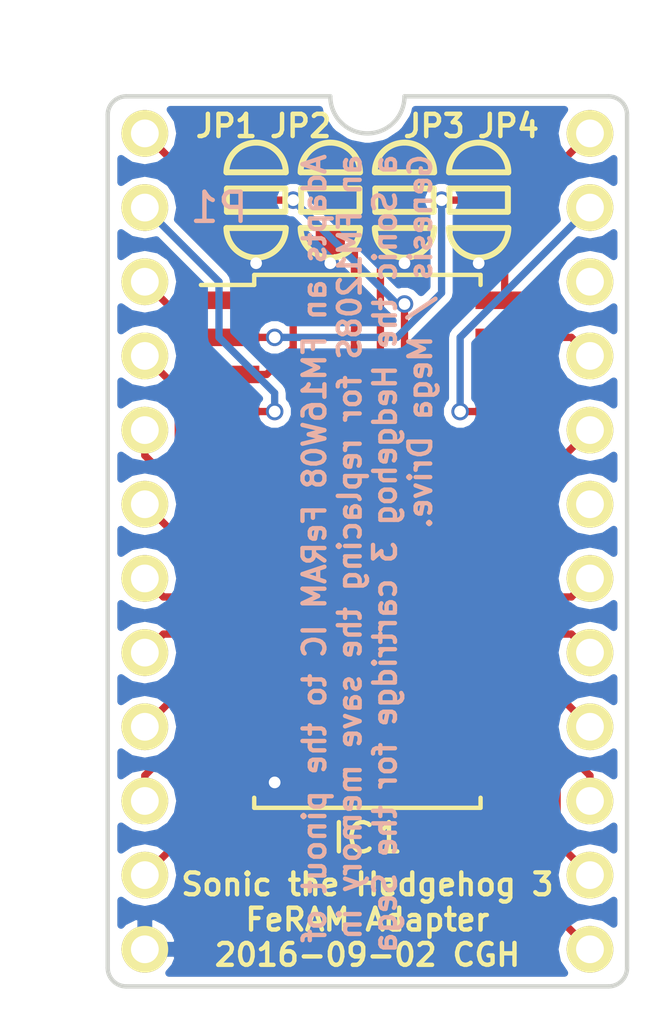
<source format=kicad_pcb>
(kicad_pcb (version 4) (host pcbnew 4.0.4-stable)

  (general
    (links 34)
    (no_connects 0)
    (area 67.234999 60.884999 85.165001 91.515001)
    (thickness 1.6)
    (drawings 12)
    (tracks 125)
    (zones 0)
    (modules 6)
    (nets 29)
  )

  (page A4)
  (layers
    (0 F.Cu signal)
    (31 B.Cu signal)
    (32 B.Adhes user)
    (33 F.Adhes user)
    (34 B.Paste user)
    (35 F.Paste user)
    (36 B.SilkS user)
    (37 F.SilkS user)
    (38 B.Mask user)
    (39 F.Mask user)
    (40 Dwgs.User user)
    (41 Cmts.User user)
    (42 Eco1.User user)
    (43 Eco2.User user)
    (44 Edge.Cuts user)
    (45 Margin user)
    (46 B.CrtYd user)
    (47 F.CrtYd user)
    (48 B.Fab user)
    (49 F.Fab user)
  )

  (setup
    (last_trace_width 0.25)
    (trace_clearance 0.2)
    (zone_clearance 0.254)
    (zone_45_only no)
    (trace_min 0.2)
    (segment_width 0.2)
    (edge_width 0.15)
    (via_size 0.6)
    (via_drill 0.4)
    (via_min_size 0.4)
    (via_min_drill 0.3)
    (uvia_size 0.3)
    (uvia_drill 0.1)
    (uvias_allowed no)
    (uvia_min_size 0.2)
    (uvia_min_drill 0.1)
    (pcb_text_width 0.3)
    (pcb_text_size 1.5 1.5)
    (mod_edge_width 0.15)
    (mod_text_size 1 1)
    (mod_text_width 0.15)
    (pad_size 1.6 1.6)
    (pad_drill 0.95)
    (pad_to_mask_clearance 0.0762)
    (aux_axis_origin 0 0)
    (visible_elements FFFFFF7F)
    (pcbplotparams
      (layerselection 0x00030_80000001)
      (usegerberextensions false)
      (excludeedgelayer true)
      (linewidth 0.100000)
      (plotframeref false)
      (viasonmask false)
      (mode 1)
      (useauxorigin false)
      (hpglpennumber 1)
      (hpglpenspeed 20)
      (hpglpendiameter 15)
      (hpglpenoverlay 2)
      (psnegative false)
      (psa4output false)
      (plotreference true)
      (plotvalue true)
      (plotinvisibletext false)
      (padsonsilk false)
      (subtractmaskfromsilk false)
      (outputformat 1)
      (mirror false)
      (drillshape 1)
      (scaleselection 1)
      (outputdirectory ""))
  )

  (net 0 "")
  (net 1 GND)
  (net 2 "Net-(IC1-Pad3)")
  (net 3 "Net-(IC1-Pad4)")
  (net 4 "Net-(IC1-Pad5)")
  (net 5 "Net-(IC1-Pad6)")
  (net 6 "Net-(IC1-Pad7)")
  (net 7 "Net-(IC1-Pad8)")
  (net 8 "Net-(IC1-Pad9)")
  (net 9 "Net-(IC1-Pad10)")
  (net 10 "Net-(IC1-Pad11)")
  (net 11 "Net-(IC1-Pad12)")
  (net 12 "Net-(IC1-Pad13)")
  (net 13 "Net-(IC1-Pad15)")
  (net 14 "Net-(IC1-Pad16)")
  (net 15 "Net-(IC1-Pad17)")
  (net 16 "Net-(IC1-Pad18)")
  (net 17 "Net-(IC1-Pad19)")
  (net 18 "Net-(IC1-Pad20)")
  (net 19 "Net-(IC1-Pad22)")
  (net 20 "Net-(IC1-Pad25)")
  (net 21 "Net-(IC1-Pad27)")
  (net 22 +5V)
  (net 23 "Net-(P1-Pad19)")
  (net 24 "Net-(P1-Pad22)")
  (net 25 "Net-(IC1-Pad2)")
  (net 26 "Net-(IC1-Pad21)")
  (net 27 "Net-(IC1-Pad23)")
  (net 28 "Net-(IC1-Pad24)")

  (net_class Default "This is the default net class."
    (clearance 0.2)
    (trace_width 0.25)
    (via_dia 0.6)
    (via_drill 0.4)
    (uvia_dia 0.3)
    (uvia_drill 0.1)
    (add_net +5V)
    (add_net GND)
    (add_net "Net-(IC1-Pad10)")
    (add_net "Net-(IC1-Pad11)")
    (add_net "Net-(IC1-Pad12)")
    (add_net "Net-(IC1-Pad13)")
    (add_net "Net-(IC1-Pad15)")
    (add_net "Net-(IC1-Pad16)")
    (add_net "Net-(IC1-Pad17)")
    (add_net "Net-(IC1-Pad18)")
    (add_net "Net-(IC1-Pad19)")
    (add_net "Net-(IC1-Pad2)")
    (add_net "Net-(IC1-Pad20)")
    (add_net "Net-(IC1-Pad21)")
    (add_net "Net-(IC1-Pad22)")
    (add_net "Net-(IC1-Pad23)")
    (add_net "Net-(IC1-Pad24)")
    (add_net "Net-(IC1-Pad25)")
    (add_net "Net-(IC1-Pad27)")
    (add_net "Net-(IC1-Pad3)")
    (add_net "Net-(IC1-Pad4)")
    (add_net "Net-(IC1-Pad5)")
    (add_net "Net-(IC1-Pad6)")
    (add_net "Net-(IC1-Pad7)")
    (add_net "Net-(IC1-Pad8)")
    (add_net "Net-(IC1-Pad9)")
    (add_net "Net-(P1-Pad19)")
    (add_net "Net-(P1-Pad22)")
  )

  (module Housings_DIP:DIP-24_W15.24mm (layer F.Cu) (tedit 57DC65B6) (tstamp 57C88CFF)
    (at 68.58 62.23)
    (descr "24-lead dip package, row spacing 15.24 mm (600 mils)")
    (tags "dil dip 2.54 600")
    (path /57C84E85)
    (fp_text reference P1 (at 2.54 2.54) (layer B.SilkS)
      (effects (font (size 1 1) (thickness 0.15)) (justify mirror))
    )
    (fp_text value CONN_02X12 (at 0 -3.72) (layer F.Fab)
      (effects (font (size 1 1) (thickness 0.15)))
    )
    (fp_line (start -1.05 -2.45) (end -1.05 30.4) (layer F.CrtYd) (width 0.05))
    (fp_line (start 16.3 -2.45) (end 16.3 30.4) (layer F.CrtYd) (width 0.05))
    (fp_line (start -1.05 -2.45) (end 16.3 -2.45) (layer F.CrtYd) (width 0.05))
    (fp_line (start -1.05 30.4) (end 16.3 30.4) (layer F.CrtYd) (width 0.05))
    (pad 1 thru_hole oval (at 0 0) (size 1.6 1.6) (drill 0.95) (layers *.Cu *.Mask F.SilkS)
      (net 2 "Net-(IC1-Pad3)"))
    (pad 2 thru_hole oval (at 0 2.54) (size 1.6 1.6) (drill 0.95) (layers *.Cu *.Mask F.SilkS)
      (net 3 "Net-(IC1-Pad4)"))
    (pad 3 thru_hole oval (at 0 5.08) (size 1.6 1.6) (drill 0.95) (layers *.Cu *.Mask F.SilkS)
      (net 4 "Net-(IC1-Pad5)"))
    (pad 4 thru_hole oval (at 0 7.62) (size 1.6 1.6) (drill 0.95) (layers *.Cu *.Mask F.SilkS)
      (net 5 "Net-(IC1-Pad6)"))
    (pad 5 thru_hole oval (at 0 10.16) (size 1.6 1.6) (drill 0.95) (layers *.Cu *.Mask F.SilkS)
      (net 6 "Net-(IC1-Pad7)"))
    (pad 6 thru_hole oval (at 0 12.7) (size 1.6 1.6) (drill 0.95) (layers *.Cu *.Mask F.SilkS)
      (net 7 "Net-(IC1-Pad8)"))
    (pad 7 thru_hole oval (at 0 15.24) (size 1.6 1.6) (drill 0.95) (layers *.Cu *.Mask F.SilkS)
      (net 8 "Net-(IC1-Pad9)"))
    (pad 8 thru_hole oval (at 0 17.78) (size 1.6 1.6) (drill 0.95) (layers *.Cu *.Mask F.SilkS)
      (net 9 "Net-(IC1-Pad10)"))
    (pad 9 thru_hole oval (at 0 20.32) (size 1.6 1.6) (drill 0.95) (layers *.Cu *.Mask F.SilkS)
      (net 10 "Net-(IC1-Pad11)"))
    (pad 10 thru_hole oval (at 0 22.86) (size 1.6 1.6) (drill 0.95) (layers *.Cu *.Mask F.SilkS)
      (net 11 "Net-(IC1-Pad12)"))
    (pad 11 thru_hole oval (at 0 25.4) (size 1.6 1.6) (drill 0.95) (layers *.Cu *.Mask F.SilkS)
      (net 12 "Net-(IC1-Pad13)"))
    (pad 12 thru_hole oval (at 0 27.94) (size 1.6 1.6) (drill 0.95) (layers *.Cu *.Mask F.SilkS)
      (net 1 GND))
    (pad 13 thru_hole oval (at 15.24 27.94) (size 1.6 1.6) (drill 0.95) (layers *.Cu *.Mask F.SilkS)
      (net 13 "Net-(IC1-Pad15)"))
    (pad 14 thru_hole oval (at 15.24 25.4) (size 1.6 1.6) (drill 0.95) (layers *.Cu *.Mask F.SilkS)
      (net 14 "Net-(IC1-Pad16)"))
    (pad 15 thru_hole oval (at 15.24 22.86) (size 1.6 1.6) (drill 0.95) (layers *.Cu *.Mask F.SilkS)
      (net 15 "Net-(IC1-Pad17)"))
    (pad 16 thru_hole oval (at 15.24 20.32) (size 1.6 1.6) (drill 0.95) (layers *.Cu *.Mask F.SilkS)
      (net 16 "Net-(IC1-Pad18)"))
    (pad 17 thru_hole oval (at 15.24 17.78) (size 1.6 1.6) (drill 0.95) (layers *.Cu *.Mask F.SilkS)
      (net 17 "Net-(IC1-Pad19)"))
    (pad 18 thru_hole oval (at 15.24 15.24) (size 1.6 1.6) (drill 0.95) (layers *.Cu *.Mask F.SilkS)
      (net 18 "Net-(IC1-Pad20)"))
    (pad 19 thru_hole oval (at 15.24 12.7) (size 1.6 1.6) (drill 0.95) (layers *.Cu *.Mask F.SilkS)
      (net 23 "Net-(P1-Pad19)"))
    (pad 20 thru_hole oval (at 15.24 10.16) (size 1.6 1.6) (drill 0.95) (layers *.Cu *.Mask F.SilkS)
      (net 19 "Net-(IC1-Pad22)"))
    (pad 21 thru_hole oval (at 15.24 7.62) (size 1.6 1.6) (drill 0.95) (layers *.Cu *.Mask F.SilkS)
      (net 21 "Net-(IC1-Pad27)"))
    (pad 22 thru_hole oval (at 15.24 5.08) (size 1.6 1.6) (drill 0.95) (layers *.Cu *.Mask F.SilkS)
      (net 24 "Net-(P1-Pad22)"))
    (pad 23 thru_hole oval (at 15.24 2.54) (size 1.6 1.6) (drill 0.95) (layers *.Cu *.Mask F.SilkS)
      (net 20 "Net-(IC1-Pad25)"))
    (pad 24 thru_hole oval (at 15.24 0) (size 1.6 1.6) (drill 0.95) (layers *.Cu *.Mask F.SilkS)
      (net 22 +5V))
    (model Pin_Headers.3dshapes/Pin_Header_Straight_1x12.wrl
      (at (xyz 0 -0.55 -0.06))
      (scale (xyz 1 1 1))
      (rotate (xyz 0 180 90))
    )
    (model Pin_Headers.3dshapes/Pin_Header_Straight_1x12.wrl
      (at (xyz 0.6 -0.55 -0.06))
      (scale (xyz 1 1 1))
      (rotate (xyz 0 180 90))
    )
  )

  (module Housings_SOIC:SOIC-28_7.5x17.9mm_Pitch1.27mm (layer F.Cu) (tedit 54130A77) (tstamp 57C88CD8)
    (at 76.2 76.2)
    (descr "28-Lead Plastic Small Outline (SO) - Wide, 7.50 mm Body [SOIC] (see Microchip Packaging Specification 00000049BS.pdf)")
    (tags "SOIC 1.27")
    (path /57C84DB9)
    (attr smd)
    (fp_text reference IC1 (at 0 10.16) (layer F.SilkS)
      (effects (font (size 1 1) (thickness 0.15)))
    )
    (fp_text value FM16W08-SG (at 0 10.05) (layer F.Fab)
      (effects (font (size 1 1) (thickness 0.15)))
    )
    (fp_line (start -5.95 -9.3) (end -5.95 9.3) (layer F.CrtYd) (width 0.05))
    (fp_line (start 5.95 -9.3) (end 5.95 9.3) (layer F.CrtYd) (width 0.05))
    (fp_line (start -5.95 -9.3) (end 5.95 -9.3) (layer F.CrtYd) (width 0.05))
    (fp_line (start -5.95 9.3) (end 5.95 9.3) (layer F.CrtYd) (width 0.05))
    (fp_line (start -3.875 -9.125) (end -3.875 -8.78) (layer F.SilkS) (width 0.15))
    (fp_line (start 3.875 -9.125) (end 3.875 -8.78) (layer F.SilkS) (width 0.15))
    (fp_line (start 3.875 9.125) (end 3.875 8.78) (layer F.SilkS) (width 0.15))
    (fp_line (start -3.875 9.125) (end -3.875 8.78) (layer F.SilkS) (width 0.15))
    (fp_line (start -3.875 -9.125) (end 3.875 -9.125) (layer F.SilkS) (width 0.15))
    (fp_line (start -3.875 9.125) (end 3.875 9.125) (layer F.SilkS) (width 0.15))
    (fp_line (start -3.875 -8.78) (end -5.7 -8.78) (layer F.SilkS) (width 0.15))
    (pad 1 smd rect (at -4.7 -8.255) (size 2 0.6) (layers F.Cu F.Paste F.Mask))
    (pad 2 smd rect (at -4.7 -6.985) (size 2 0.6) (layers F.Cu F.Paste F.Mask)
      (net 25 "Net-(IC1-Pad2)"))
    (pad 3 smd rect (at -4.7 -5.715) (size 2 0.6) (layers F.Cu F.Paste F.Mask)
      (net 2 "Net-(IC1-Pad3)"))
    (pad 4 smd rect (at -4.7 -4.445) (size 2 0.6) (layers F.Cu F.Paste F.Mask)
      (net 3 "Net-(IC1-Pad4)"))
    (pad 5 smd rect (at -4.7 -3.175) (size 2 0.6) (layers F.Cu F.Paste F.Mask)
      (net 4 "Net-(IC1-Pad5)"))
    (pad 6 smd rect (at -4.7 -1.905) (size 2 0.6) (layers F.Cu F.Paste F.Mask)
      (net 5 "Net-(IC1-Pad6)"))
    (pad 7 smd rect (at -4.7 -0.635) (size 2 0.6) (layers F.Cu F.Paste F.Mask)
      (net 6 "Net-(IC1-Pad7)"))
    (pad 8 smd rect (at -4.7 0.635) (size 2 0.6) (layers F.Cu F.Paste F.Mask)
      (net 7 "Net-(IC1-Pad8)"))
    (pad 9 smd rect (at -4.7 1.905) (size 2 0.6) (layers F.Cu F.Paste F.Mask)
      (net 8 "Net-(IC1-Pad9)"))
    (pad 10 smd rect (at -4.7 3.175) (size 2 0.6) (layers F.Cu F.Paste F.Mask)
      (net 9 "Net-(IC1-Pad10)"))
    (pad 11 smd rect (at -4.7 4.445) (size 2 0.6) (layers F.Cu F.Paste F.Mask)
      (net 10 "Net-(IC1-Pad11)"))
    (pad 12 smd rect (at -4.7 5.715) (size 2 0.6) (layers F.Cu F.Paste F.Mask)
      (net 11 "Net-(IC1-Pad12)"))
    (pad 13 smd rect (at -4.7 6.985) (size 2 0.6) (layers F.Cu F.Paste F.Mask)
      (net 12 "Net-(IC1-Pad13)"))
    (pad 14 smd rect (at -4.7 8.255) (size 2 0.6) (layers F.Cu F.Paste F.Mask)
      (net 1 GND))
    (pad 15 smd rect (at 4.7 8.255) (size 2 0.6) (layers F.Cu F.Paste F.Mask)
      (net 13 "Net-(IC1-Pad15)"))
    (pad 16 smd rect (at 4.7 6.985) (size 2 0.6) (layers F.Cu F.Paste F.Mask)
      (net 14 "Net-(IC1-Pad16)"))
    (pad 17 smd rect (at 4.7 5.715) (size 2 0.6) (layers F.Cu F.Paste F.Mask)
      (net 15 "Net-(IC1-Pad17)"))
    (pad 18 smd rect (at 4.7 4.445) (size 2 0.6) (layers F.Cu F.Paste F.Mask)
      (net 16 "Net-(IC1-Pad18)"))
    (pad 19 smd rect (at 4.7 3.175) (size 2 0.6) (layers F.Cu F.Paste F.Mask)
      (net 17 "Net-(IC1-Pad19)"))
    (pad 20 smd rect (at 4.7 1.905) (size 2 0.6) (layers F.Cu F.Paste F.Mask)
      (net 18 "Net-(IC1-Pad20)"))
    (pad 21 smd rect (at 4.7 0.635) (size 2 0.6) (layers F.Cu F.Paste F.Mask)
      (net 26 "Net-(IC1-Pad21)"))
    (pad 22 smd rect (at 4.7 -0.635) (size 2 0.6) (layers F.Cu F.Paste F.Mask)
      (net 19 "Net-(IC1-Pad22)"))
    (pad 23 smd rect (at 4.7 -1.905) (size 2 0.6) (layers F.Cu F.Paste F.Mask)
      (net 27 "Net-(IC1-Pad23)"))
    (pad 24 smd rect (at 4.7 -3.175) (size 2 0.6) (layers F.Cu F.Paste F.Mask)
      (net 28 "Net-(IC1-Pad24)"))
    (pad 25 smd rect (at 4.7 -4.445) (size 2 0.6) (layers F.Cu F.Paste F.Mask)
      (net 20 "Net-(IC1-Pad25)"))
    (pad 26 smd rect (at 4.7 -5.715) (size 2 0.6) (layers F.Cu F.Paste F.Mask))
    (pad 27 smd rect (at 4.7 -6.985) (size 2 0.6) (layers F.Cu F.Paste F.Mask)
      (net 21 "Net-(IC1-Pad27)"))
    (pad 28 smd rect (at 4.7 -8.255) (size 2 0.6) (layers F.Cu F.Paste F.Mask)
      (net 22 +5V))
    (model Housings_SOIC.3dshapes/SOIC-28_7.5x17.9mm_Pitch1.27mm.wrl
      (at (xyz 0 0 0))
      (scale (xyz 1 1 1))
      (rotate (xyz 0 0 0))
    )
  )

  (module jumper:SOLDER-JUMPER_2-WAY (layer F.Cu) (tedit 0) (tstamp 57DE4FA1)
    (at 72.39 64.516 90)
    (path /57DC5DD7)
    (fp_text reference JP1 (at 2.54 -1.016 180) (layer F.SilkS)
      (effects (font (size 0.762 0.762) (thickness 0.1524)))
    )
    (fp_text value JUMPER3 (at 0 0 90) (layer F.SilkS) hide
      (effects (font (size 0.762 0.762) (thickness 0.1524)))
    )
    (fp_line (start -0.4 -1) (end -0.4 1) (layer F.SilkS) (width 0.2032))
    (fp_line (start -0.4 1) (end 0.4 1) (layer F.SilkS) (width 0.2032))
    (fp_line (start 0.4 1) (end 0.4 -1) (layer F.SilkS) (width 0.2032))
    (fp_line (start 0.4 -1) (end -0.4 -1) (layer F.SilkS) (width 0.2032))
    (fp_line (start 0.954 1.016) (end 0.954 -1.016) (layer F.SilkS) (width 0.2032))
    (fp_line (start -0.954 -1.016) (end -0.954 1.016) (layer F.SilkS) (width 0.2032))
    (fp_arc (start 0.954 0) (end 1.97 0) (angle 90) (layer F.SilkS) (width 0.2032))
    (fp_arc (start 0.954 0) (end 0.954 -1.016) (angle 90) (layer F.SilkS) (width 0.2032))
    (fp_arc (start -0.954 0) (end -1.97 0) (angle 90) (layer F.SilkS) (width 0.2032))
    (fp_arc (start -0.954 0) (end -0.954 1.016) (angle 90) (layer F.SilkS) (width 0.2032))
    (pad 1 smd rect (at -1.35 0 90) (size 1 1) (layers F.Cu F.Paste F.Mask)
      (net 1 GND))
    (pad 3 smd rect (at 1.35 0 90) (size 1 1) (layers F.Cu F.Paste F.Mask)
      (net 22 +5V))
    (pad 2 smd rect (at 0 0 90) (size 1 1) (layers F.Cu F.Paste F.Mask)
      (net 28 "Net-(IC1-Pad24)"))
  )

  (module jumper:SOLDER-JUMPER_2-WAY (layer F.Cu) (tedit 0) (tstamp 57DE4FB2)
    (at 74.93 64.516 90)
    (path /57DC5ED4)
    (fp_text reference JP2 (at 2.54 -1.016 180) (layer F.SilkS)
      (effects (font (size 0.762 0.762) (thickness 0.1524)))
    )
    (fp_text value JUMPER3 (at 0 0 90) (layer F.SilkS) hide
      (effects (font (size 0.762 0.762) (thickness 0.1524)))
    )
    (fp_line (start -0.4 -1) (end -0.4 1) (layer F.SilkS) (width 0.2032))
    (fp_line (start -0.4 1) (end 0.4 1) (layer F.SilkS) (width 0.2032))
    (fp_line (start 0.4 1) (end 0.4 -1) (layer F.SilkS) (width 0.2032))
    (fp_line (start 0.4 -1) (end -0.4 -1) (layer F.SilkS) (width 0.2032))
    (fp_line (start 0.954 1.016) (end 0.954 -1.016) (layer F.SilkS) (width 0.2032))
    (fp_line (start -0.954 -1.016) (end -0.954 1.016) (layer F.SilkS) (width 0.2032))
    (fp_arc (start 0.954 0) (end 1.97 0) (angle 90) (layer F.SilkS) (width 0.2032))
    (fp_arc (start 0.954 0) (end 0.954 -1.016) (angle 90) (layer F.SilkS) (width 0.2032))
    (fp_arc (start -0.954 0) (end -1.97 0) (angle 90) (layer F.SilkS) (width 0.2032))
    (fp_arc (start -0.954 0) (end -0.954 1.016) (angle 90) (layer F.SilkS) (width 0.2032))
    (pad 1 smd rect (at -1.35 0 90) (size 1 1) (layers F.Cu F.Paste F.Mask)
      (net 1 GND))
    (pad 3 smd rect (at 1.35 0 90) (size 1 1) (layers F.Cu F.Paste F.Mask)
      (net 22 +5V))
    (pad 2 smd rect (at 0 0 90) (size 1 1) (layers F.Cu F.Paste F.Mask)
      (net 26 "Net-(IC1-Pad21)"))
  )

  (module jumper:SOLDER-JUMPER_2-WAY (layer F.Cu) (tedit 0) (tstamp 57DE4FC3)
    (at 77.47 64.516 90)
    (path /57DC5EFC)
    (fp_text reference JP3 (at 2.54 1.016 180) (layer F.SilkS)
      (effects (font (size 0.762 0.762) (thickness 0.1524)))
    )
    (fp_text value JUMPER3 (at 0 0 90) (layer F.SilkS) hide
      (effects (font (size 0.762 0.762) (thickness 0.1524)))
    )
    (fp_line (start -0.4 -1) (end -0.4 1) (layer F.SilkS) (width 0.2032))
    (fp_line (start -0.4 1) (end 0.4 1) (layer F.SilkS) (width 0.2032))
    (fp_line (start 0.4 1) (end 0.4 -1) (layer F.SilkS) (width 0.2032))
    (fp_line (start 0.4 -1) (end -0.4 -1) (layer F.SilkS) (width 0.2032))
    (fp_line (start 0.954 1.016) (end 0.954 -1.016) (layer F.SilkS) (width 0.2032))
    (fp_line (start -0.954 -1.016) (end -0.954 1.016) (layer F.SilkS) (width 0.2032))
    (fp_arc (start 0.954 0) (end 1.97 0) (angle 90) (layer F.SilkS) (width 0.2032))
    (fp_arc (start 0.954 0) (end 0.954 -1.016) (angle 90) (layer F.SilkS) (width 0.2032))
    (fp_arc (start -0.954 0) (end -1.97 0) (angle 90) (layer F.SilkS) (width 0.2032))
    (fp_arc (start -0.954 0) (end -0.954 1.016) (angle 90) (layer F.SilkS) (width 0.2032))
    (pad 1 smd rect (at -1.35 0 90) (size 1 1) (layers F.Cu F.Paste F.Mask)
      (net 1 GND))
    (pad 3 smd rect (at 1.35 0 90) (size 1 1) (layers F.Cu F.Paste F.Mask)
      (net 22 +5V))
    (pad 2 smd rect (at 0 0 90) (size 1 1) (layers F.Cu F.Paste F.Mask)
      (net 27 "Net-(IC1-Pad23)"))
  )

  (module jumper:SOLDER-JUMPER_2-WAY (layer F.Cu) (tedit 0) (tstamp 57DE4FD4)
    (at 80.01 64.516 90)
    (path /57DC5F4A)
    (fp_text reference JP4 (at 2.54 1.016 180) (layer F.SilkS)
      (effects (font (size 0.762 0.762) (thickness 0.1524)))
    )
    (fp_text value JUMPER3 (at 0 0 90) (layer F.SilkS) hide
      (effects (font (size 0.762 0.762) (thickness 0.1524)))
    )
    (fp_line (start -0.4 -1) (end -0.4 1) (layer F.SilkS) (width 0.2032))
    (fp_line (start -0.4 1) (end 0.4 1) (layer F.SilkS) (width 0.2032))
    (fp_line (start 0.4 1) (end 0.4 -1) (layer F.SilkS) (width 0.2032))
    (fp_line (start 0.4 -1) (end -0.4 -1) (layer F.SilkS) (width 0.2032))
    (fp_line (start 0.954 1.016) (end 0.954 -1.016) (layer F.SilkS) (width 0.2032))
    (fp_line (start -0.954 -1.016) (end -0.954 1.016) (layer F.SilkS) (width 0.2032))
    (fp_arc (start 0.954 0) (end 1.97 0) (angle 90) (layer F.SilkS) (width 0.2032))
    (fp_arc (start 0.954 0) (end 0.954 -1.016) (angle 90) (layer F.SilkS) (width 0.2032))
    (fp_arc (start -0.954 0) (end -1.97 0) (angle 90) (layer F.SilkS) (width 0.2032))
    (fp_arc (start -0.954 0) (end -0.954 1.016) (angle 90) (layer F.SilkS) (width 0.2032))
    (pad 1 smd rect (at -1.35 0 90) (size 1 1) (layers F.Cu F.Paste F.Mask)
      (net 1 GND))
    (pad 3 smd rect (at 1.35 0 90) (size 1 1) (layers F.Cu F.Paste F.Mask)
      (net 22 +5V))
    (pad 2 smd rect (at 0 0 90) (size 1 1) (layers F.Cu F.Paste F.Mask)
      (net 25 "Net-(IC1-Pad2)"))
  )

  (gr_text "Adapts an FM16W08 FeRAM IC to the pinout of\nan FM1208S for replacing the save memory in\na Sonic the Hedgehog 3 cartridge for the Sega\nGenesis / Mega Drive." (at 76.2 62.865 90) (layer B.SilkS)
    (effects (font (size 0.75 0.75) (thickness 0.15)) (justify left mirror))
  )
  (gr_text "Sonic the Hedgehog 3\nFeRAM Adapter\n2016-09-02 CGH" (at 76.2 89.154) (layer F.SilkS)
    (effects (font (size 0.75 0.75) (thickness 0.15)))
  )
  (gr_arc (start 67.945 90.805) (end 67.945 91.44) (angle 90) (layer Edge.Cuts) (width 0.15))
  (gr_arc (start 84.455 90.805) (end 85.09 90.805) (angle 90) (layer Edge.Cuts) (width 0.15))
  (gr_arc (start 84.455 61.595) (end 84.455 60.96) (angle 90) (layer Edge.Cuts) (width 0.15))
  (gr_arc (start 67.945 61.595) (end 67.31 61.595) (angle 90) (layer Edge.Cuts) (width 0.15))
  (gr_arc (start 76.2 60.96) (end 77.47 60.96) (angle 180) (layer Edge.Cuts) (width 0.15))
  (gr_line (start 77.47 60.96) (end 84.455 60.96) (layer Edge.Cuts) (width 0.15) (tstamp 57C89001))
  (gr_line (start 67.31 90.805) (end 67.31 61.595) (layer Edge.Cuts) (width 0.15))
  (gr_line (start 84.455 91.44) (end 67.945 91.44) (layer Edge.Cuts) (width 0.15))
  (gr_line (start 85.09 61.595) (end 85.09 90.805) (layer Edge.Cuts) (width 0.15))
  (gr_line (start 67.945 60.96) (end 74.93 60.96) (layer Edge.Cuts) (width 0.15))

  (segment (start 72.39 66.675) (end 72.644 66.675) (width 0.25) (layer B.Cu) (net 1))
  (segment (start 72.39 65.866) (end 72.39 66.675) (width 0.25) (layer F.Cu) (net 1))
  (via (at 72.39 66.675) (size 0.6) (drill 0.4) (layers F.Cu B.Cu) (net 1))
  (segment (start 74.93 65.866) (end 74.93 66.675) (width 0.25) (layer F.Cu) (net 1))
  (via (at 74.93 66.675) (size 0.6) (drill 0.4) (layers F.Cu B.Cu) (net 1))
  (segment (start 77.47 65.866) (end 77.47 66.675) (width 0.25) (layer F.Cu) (net 1))
  (via (at 77.47 66.675) (size 0.6) (drill 0.4) (layers F.Cu B.Cu) (net 1))
  (segment (start 80.01 65.866) (end 80.01 66.675) (width 0.25) (layer F.Cu) (net 1))
  (via (at 80.01 66.675) (size 0.6) (drill 0.4) (layers F.Cu B.Cu) (net 1))
  (via (at 73.025 84.455) (size 0.6) (drill 0.4) (layers F.Cu B.Cu) (net 1))
  (segment (start 71.5 84.455) (end 73.025 84.455) (width 0.25) (layer F.Cu) (net 1))
  (segment (start 68.58 62.23) (end 69.85 63.5) (width 0.25) (layer F.Cu) (net 2))
  (segment (start 69.85 63.5) (end 69.85 65.278) (width 0.25) (layer F.Cu) (net 2))
  (segment (start 69.85 65.278) (end 71.872002 67.300002) (width 0.25) (layer F.Cu) (net 2))
  (segment (start 71.872002 67.300002) (end 72.634002 67.300002) (width 0.25) (layer F.Cu) (net 2))
  (segment (start 72.634002 67.300002) (end 73.66 68.326) (width 0.25) (layer F.Cu) (net 2))
  (segment (start 73.66 68.326) (end 73.66 69.575) (width 0.25) (layer F.Cu) (net 2))
  (segment (start 73.66 69.575) (end 72.75 70.485) (width 0.25) (layer F.Cu) (net 2))
  (segment (start 72.75 70.485) (end 71.5 70.485) (width 0.25) (layer F.Cu) (net 2))
  (segment (start 71.12 69.215) (end 71.12 67.31) (width 0.25) (layer B.Cu) (net 3))
  (segment (start 71.12 67.31) (end 68.58 64.77) (width 0.25) (layer B.Cu) (net 3))
  (segment (start 73.025 71.12) (end 71.12 69.215) (width 0.25) (layer B.Cu) (net 3))
  (segment (start 73.025 71.755) (end 73.025 71.12) (width 0.25) (layer B.Cu) (net 3))
  (segment (start 71.5 71.755) (end 73.025 71.755) (width 0.25) (layer F.Cu) (net 3))
  (via (at 73.025 71.755) (size 0.6) (drill 0.4) (layers F.Cu B.Cu) (net 3))
  (segment (start 71.5 73.025) (end 70.8 73.025) (width 0.25) (layer F.Cu) (net 4))
  (segment (start 70.8 73.025) (end 70.174999 72.399999) (width 0.25) (layer F.Cu) (net 4))
  (segment (start 70.174999 72.399999) (end 70.174999 68.904999) (width 0.25) (layer F.Cu) (net 4))
  (segment (start 70.174999 68.904999) (end 69.379999 68.109999) (width 0.25) (layer F.Cu) (net 4))
  (segment (start 69.379999 68.109999) (end 68.58 67.31) (width 0.25) (layer F.Cu) (net 4))
  (segment (start 69.724988 70.994988) (end 69.379999 70.649999) (width 0.25) (layer F.Cu) (net 5))
  (segment (start 69.724988 73.219988) (end 69.724988 70.994988) (width 0.25) (layer F.Cu) (net 5))
  (segment (start 70.8 74.295) (end 69.724988 73.219988) (width 0.25) (layer F.Cu) (net 5))
  (segment (start 69.379999 70.649999) (end 68.58 69.85) (width 0.25) (layer F.Cu) (net 5))
  (segment (start 71.5 74.295) (end 70.8 74.295) (width 0.25) (layer F.Cu) (net 5))
  (segment (start 68.58 73.260002) (end 68.58 72.39) (width 0.25) (layer F.Cu) (net 6))
  (segment (start 70.25 74.930002) (end 68.58 73.260002) (width 0.25) (layer F.Cu) (net 6))
  (segment (start 70.25 75.015) (end 70.25 74.930002) (width 0.25) (layer F.Cu) (net 6))
  (segment (start 70.8 75.565) (end 70.25 75.015) (width 0.25) (layer F.Cu) (net 6))
  (segment (start 71.5 75.565) (end 70.8 75.565) (width 0.25) (layer F.Cu) (net 6))
  (segment (start 71.5 76.835) (end 70.485 76.835) (width 0.25) (layer F.Cu) (net 7))
  (segment (start 70.485 76.835) (end 69.379999 75.729999) (width 0.25) (layer F.Cu) (net 7))
  (segment (start 69.379999 75.729999) (end 68.58 74.93) (width 0.25) (layer F.Cu) (net 7))
  (segment (start 71.5 78.105) (end 69.215 78.105) (width 0.25) (layer F.Cu) (net 8))
  (segment (start 69.215 78.105) (end 68.58 77.47) (width 0.25) (layer F.Cu) (net 8))
  (segment (start 71.5 79.375) (end 69.215 79.375) (width 0.25) (layer F.Cu) (net 9))
  (segment (start 69.215 79.375) (end 68.58 80.01) (width 0.25) (layer F.Cu) (net 9))
  (segment (start 71.5 80.645) (end 70.485 80.645) (width 0.25) (layer F.Cu) (net 10))
  (segment (start 69.379999 81.750001) (end 68.58 82.55) (width 0.25) (layer F.Cu) (net 10))
  (segment (start 70.485 80.645) (end 69.379999 81.750001) (width 0.25) (layer F.Cu) (net 10))
  (segment (start 68.58 84.219998) (end 68.58 85.09) (width 0.25) (layer F.Cu) (net 11))
  (segment (start 70.25 82.549998) (end 68.58 84.219998) (width 0.25) (layer F.Cu) (net 11))
  (segment (start 70.25 82.465) (end 70.25 82.549998) (width 0.25) (layer F.Cu) (net 11))
  (segment (start 70.8 81.915) (end 70.25 82.465) (width 0.25) (layer F.Cu) (net 11))
  (segment (start 71.5 81.915) (end 70.8 81.915) (width 0.25) (layer F.Cu) (net 11))
  (segment (start 71.5 83.185) (end 70.8 83.185) (width 0.25) (layer F.Cu) (net 12))
  (segment (start 70.8 83.185) (end 69.85 84.135) (width 0.25) (layer F.Cu) (net 12))
  (segment (start 69.85 84.135) (end 69.85 86.36) (width 0.25) (layer F.Cu) (net 12))
  (segment (start 69.85 86.36) (end 69.379999 86.830001) (width 0.25) (layer F.Cu) (net 12))
  (segment (start 69.379999 86.830001) (end 68.58 87.63) (width 0.25) (layer F.Cu) (net 12))
  (segment (start 80.9 84.455) (end 80.9 87.25) (width 0.25) (layer F.Cu) (net 13))
  (segment (start 80.9 87.25) (end 83.82 90.17) (width 0.25) (layer F.Cu) (net 13))
  (segment (start 80.9 83.185) (end 81.6 83.185) (width 0.25) (layer F.Cu) (net 14))
  (segment (start 81.6 83.185) (end 82.694999 84.279999) (width 0.25) (layer F.Cu) (net 14))
  (segment (start 82.694999 84.279999) (end 82.694999 86.504999) (width 0.25) (layer F.Cu) (net 14))
  (segment (start 82.694999 86.504999) (end 83.020001 86.830001) (width 0.25) (layer F.Cu) (net 14))
  (segment (start 83.020001 86.830001) (end 83.82 87.63) (width 0.25) (layer F.Cu) (net 14))
  (segment (start 80.9 81.915) (end 81.515002 81.915) (width 0.25) (layer F.Cu) (net 15))
  (segment (start 81.515002 81.915) (end 83.82 84.219998) (width 0.25) (layer F.Cu) (net 15))
  (segment (start 83.82 84.219998) (end 83.82 85.09) (width 0.25) (layer F.Cu) (net 15))
  (segment (start 80.9 80.645) (end 81.915 80.645) (width 0.25) (layer F.Cu) (net 16))
  (segment (start 81.915 80.645) (end 83.020001 81.750001) (width 0.25) (layer F.Cu) (net 16))
  (segment (start 83.020001 81.750001) (end 83.82 82.55) (width 0.25) (layer F.Cu) (net 16))
  (segment (start 80.9 79.375) (end 83.185 79.375) (width 0.25) (layer F.Cu) (net 17))
  (segment (start 83.185 79.375) (end 83.82 80.01) (width 0.25) (layer F.Cu) (net 17))
  (segment (start 80.9 78.105) (end 83.185 78.105) (width 0.25) (layer F.Cu) (net 18))
  (segment (start 83.185 78.105) (end 83.82 77.47) (width 0.25) (layer F.Cu) (net 18))
  (segment (start 80.9 75.565) (end 81.515002 75.565) (width 0.25) (layer F.Cu) (net 19))
  (segment (start 81.515002 75.565) (end 83.020001 74.060001) (width 0.25) (layer F.Cu) (net 19))
  (segment (start 83.020001 74.060001) (end 83.020001 73.189999) (width 0.25) (layer F.Cu) (net 19))
  (segment (start 83.020001 73.189999) (end 83.82 72.39) (width 0.25) (layer F.Cu) (net 19))
  (segment (start 79.375 71.755) (end 79.375 69.215) (width 0.25) (layer B.Cu) (net 20))
  (segment (start 79.375 69.215) (end 83.82 64.77) (width 0.25) (layer B.Cu) (net 20))
  (segment (start 80.9 71.755) (end 79.375 71.755) (width 0.25) (layer F.Cu) (net 20))
  (via (at 79.375 71.755) (size 0.6) (drill 0.4) (layers F.Cu B.Cu) (net 20))
  (segment (start 80.9 69.215) (end 83.185 69.215) (width 0.25) (layer F.Cu) (net 21))
  (segment (start 83.185 69.215) (end 83.82 69.85) (width 0.25) (layer F.Cu) (net 21))
  (segment (start 80.9 67.945) (end 80.9 66.928) (width 0.25) (layer F.Cu) (net 22))
  (segment (start 80.9 66.928) (end 82.55 65.278) (width 0.25) (layer F.Cu) (net 22))
  (segment (start 82.55 65.278) (end 82.55 63.5) (width 0.25) (layer F.Cu) (net 22))
  (segment (start 80.01 63.166) (end 82.216 63.166) (width 0.25) (layer F.Cu) (net 22))
  (segment (start 82.216 63.166) (end 82.55 63.5) (width 0.25) (layer F.Cu) (net 22))
  (segment (start 77.47 63.166) (end 78.22 63.166) (width 0.25) (layer F.Cu) (net 22))
  (segment (start 78.22 63.166) (end 80.01 63.166) (width 0.25) (layer F.Cu) (net 22))
  (segment (start 74.93 63.166) (end 75.68 63.166) (width 0.25) (layer F.Cu) (net 22))
  (segment (start 75.68 63.166) (end 77.47 63.166) (width 0.25) (layer F.Cu) (net 22))
  (segment (start 72.39 63.166) (end 73.14 63.166) (width 0.25) (layer F.Cu) (net 22))
  (segment (start 73.14 63.166) (end 74.93 63.166) (width 0.25) (layer F.Cu) (net 22))
  (segment (start 82.55 63.5) (end 83.82 62.23) (width 0.25) (layer F.Cu) (net 22))
  (segment (start 73.025 69.215) (end 77.216 69.215) (width 0.25) (layer B.Cu) (net 25))
  (segment (start 77.216 69.215) (end 78.74 67.691) (width 0.25) (layer B.Cu) (net 25))
  (segment (start 78.74 67.691) (end 78.74 64.516) (width 0.25) (layer B.Cu) (net 25))
  (segment (start 78.74 64.516) (end 80.01 64.516) (width 0.25) (layer F.Cu) (net 25))
  (via (at 78.74 64.516) (size 0.6) (drill 0.4) (layers F.Cu B.Cu) (net 25))
  (segment (start 71.5 69.215) (end 73.025 69.215) (width 0.25) (layer F.Cu) (net 25))
  (via (at 73.025 69.215) (size 0.6) (drill 0.4) (layers F.Cu B.Cu) (net 25))
  (segment (start 80.9 76.835) (end 80.2 76.835) (width 0.25) (layer F.Cu) (net 26))
  (segment (start 80.2 76.835) (end 75.755001 72.390001) (width 0.25) (layer F.Cu) (net 26))
  (segment (start 75.755001 72.390001) (end 75.755001 64.591001) (width 0.25) (layer F.Cu) (net 26))
  (segment (start 75.755001 64.591001) (end 75.68 64.516) (width 0.25) (layer F.Cu) (net 26))
  (segment (start 75.68 64.516) (end 74.93 64.516) (width 0.25) (layer F.Cu) (net 26))
  (segment (start 76.644999 64.591001) (end 76.72 64.516) (width 0.25) (layer F.Cu) (net 27))
  (segment (start 79.65 74.295) (end 76.644999 71.289999) (width 0.25) (layer F.Cu) (net 27))
  (segment (start 80.9 74.295) (end 79.65 74.295) (width 0.25) (layer F.Cu) (net 27))
  (segment (start 76.644999 71.289999) (end 76.644999 64.591001) (width 0.25) (layer F.Cu) (net 27))
  (segment (start 76.72 64.516) (end 77.47 64.516) (width 0.25) (layer F.Cu) (net 27))
  (segment (start 77.470004 68.496264) (end 77.470004 68.072) (width 0.25) (layer F.Cu) (net 28))
  (segment (start 77.470004 70.845004) (end 77.470004 68.496264) (width 0.25) (layer F.Cu) (net 28))
  (segment (start 79.65 73.025) (end 77.470004 70.845004) (width 0.25) (layer F.Cu) (net 28))
  (segment (start 77.216 68.072) (end 77.470004 68.072) (width 0.25) (layer B.Cu) (net 28))
  (segment (start 80.9 73.025) (end 79.65 73.025) (width 0.25) (layer F.Cu) (net 28))
  (segment (start 73.66 64.516) (end 77.216 68.072) (width 0.25) (layer B.Cu) (net 28))
  (via (at 77.470004 68.072) (size 0.6) (drill 0.4) (layers F.Cu B.Cu) (net 28))
  (segment (start 73.66 64.516) (end 72.39 64.516) (width 0.25) (layer F.Cu) (net 28))
  (via (at 73.66 64.516) (size 0.6) (drill 0.4) (layers F.Cu B.Cu) (net 28))

  (zone (net 1) (net_name GND) (layer B.Cu) (tstamp 0) (hatch edge 0.508)
    (connect_pads (clearance 0.254))
    (min_thickness 0.254)
    (fill yes (arc_segments 16) (thermal_gap 0.254) (thermal_bridge_width 0.508))
    (polygon
      (pts
        (xy 66.04 59.69) (xy 86.36 59.69) (xy 86.36 92.71) (xy 66.04 92.71)
      )
    )
    (filled_polygon
      (pts
        (xy 74.579435 61.534969) (xy 74.64115 61.683962) (xy 74.647523 61.699348) (xy 74.922823 62.111365) (xy 75.048634 62.237176)
        (xy 75.460652 62.512477) (xy 75.625031 62.580565) (xy 76.111038 62.677238) (xy 76.288961 62.677238) (xy 76.774969 62.580565)
        (xy 76.939348 62.512477) (xy 77.351365 62.237177) (xy 77.477176 62.111366) (xy 77.752477 61.699348) (xy 77.820565 61.534969)
        (xy 77.820565 61.534968) (xy 77.844229 61.416) (xy 82.947676 61.416) (xy 82.705761 61.778051) (xy 82.615863 62.23)
        (xy 82.705761 62.681949) (xy 82.96177 63.065093) (xy 83.344914 63.321102) (xy 83.796863 63.411) (xy 83.843137 63.411)
        (xy 84.295086 63.321102) (xy 84.634 63.094647) (xy 84.634 63.905353) (xy 84.295086 63.678898) (xy 83.843137 63.589)
        (xy 83.796863 63.589) (xy 83.344914 63.678898) (xy 82.96177 63.934907) (xy 82.705761 64.318051) (xy 82.615863 64.77)
        (xy 82.696918 65.17749) (xy 79.017204 68.857204) (xy 78.907517 69.021362) (xy 78.869 69.215) (xy 78.869 71.297877)
        (xy 78.798013 71.368741) (xy 78.694118 71.618946) (xy 78.693882 71.889865) (xy 78.797339 72.140252) (xy 78.988741 72.331987)
        (xy 79.238946 72.435882) (xy 79.509865 72.436118) (xy 79.760252 72.332661) (xy 79.951987 72.141259) (xy 80.055882 71.891054)
        (xy 80.056118 71.620135) (xy 79.952661 71.369748) (xy 79.881 71.297962) (xy 79.881 69.424592) (xy 83.427969 65.877623)
        (xy 83.796863 65.951) (xy 83.843137 65.951) (xy 84.295086 65.861102) (xy 84.634 65.634647) (xy 84.634 66.445353)
        (xy 84.295086 66.218898) (xy 83.843137 66.129) (xy 83.796863 66.129) (xy 83.344914 66.218898) (xy 82.96177 66.474907)
        (xy 82.705761 66.858051) (xy 82.615863 67.31) (xy 82.705761 67.761949) (xy 82.96177 68.145093) (xy 83.344914 68.401102)
        (xy 83.796863 68.491) (xy 83.843137 68.491) (xy 84.295086 68.401102) (xy 84.634 68.174647) (xy 84.634 68.985353)
        (xy 84.295086 68.758898) (xy 83.843137 68.669) (xy 83.796863 68.669) (xy 83.344914 68.758898) (xy 82.96177 69.014907)
        (xy 82.705761 69.398051) (xy 82.615863 69.85) (xy 82.705761 70.301949) (xy 82.96177 70.685093) (xy 83.344914 70.941102)
        (xy 83.796863 71.031) (xy 83.843137 71.031) (xy 84.295086 70.941102) (xy 84.634 70.714647) (xy 84.634 71.525353)
        (xy 84.295086 71.298898) (xy 83.843137 71.209) (xy 83.796863 71.209) (xy 83.344914 71.298898) (xy 82.96177 71.554907)
        (xy 82.705761 71.938051) (xy 82.615863 72.39) (xy 82.705761 72.841949) (xy 82.96177 73.225093) (xy 83.344914 73.481102)
        (xy 83.796863 73.571) (xy 83.843137 73.571) (xy 84.295086 73.481102) (xy 84.634 73.254647) (xy 84.634 74.065353)
        (xy 84.295086 73.838898) (xy 83.843137 73.749) (xy 83.796863 73.749) (xy 83.344914 73.838898) (xy 82.96177 74.094907)
        (xy 82.705761 74.478051) (xy 82.615863 74.93) (xy 82.705761 75.381949) (xy 82.96177 75.765093) (xy 83.344914 76.021102)
        (xy 83.796863 76.111) (xy 83.843137 76.111) (xy 84.295086 76.021102) (xy 84.634 75.794647) (xy 84.634 76.605353)
        (xy 84.295086 76.378898) (xy 83.843137 76.289) (xy 83.796863 76.289) (xy 83.344914 76.378898) (xy 82.96177 76.634907)
        (xy 82.705761 77.018051) (xy 82.615863 77.47) (xy 82.705761 77.921949) (xy 82.96177 78.305093) (xy 83.344914 78.561102)
        (xy 83.796863 78.651) (xy 83.843137 78.651) (xy 84.295086 78.561102) (xy 84.634 78.334647) (xy 84.634 79.145353)
        (xy 84.295086 78.918898) (xy 83.843137 78.829) (xy 83.796863 78.829) (xy 83.344914 78.918898) (xy 82.96177 79.174907)
        (xy 82.705761 79.558051) (xy 82.615863 80.01) (xy 82.705761 80.461949) (xy 82.96177 80.845093) (xy 83.344914 81.101102)
        (xy 83.796863 81.191) (xy 83.843137 81.191) (xy 84.295086 81.101102) (xy 84.634 80.874647) (xy 84.634 81.685353)
        (xy 84.295086 81.458898) (xy 83.843137 81.369) (xy 83.796863 81.369) (xy 83.344914 81.458898) (xy 82.96177 81.714907)
        (xy 82.705761 82.098051) (xy 82.615863 82.55) (xy 82.705761 83.001949) (xy 82.96177 83.385093) (xy 83.344914 83.641102)
        (xy 83.796863 83.731) (xy 83.843137 83.731) (xy 84.295086 83.641102) (xy 84.634 83.414647) (xy 84.634 84.225353)
        (xy 84.295086 83.998898) (xy 83.843137 83.909) (xy 83.796863 83.909) (xy 83.344914 83.998898) (xy 82.96177 84.254907)
        (xy 82.705761 84.638051) (xy 82.615863 85.09) (xy 82.705761 85.541949) (xy 82.96177 85.925093) (xy 83.344914 86.181102)
        (xy 83.796863 86.271) (xy 83.843137 86.271) (xy 84.295086 86.181102) (xy 84.634 85.954647) (xy 84.634 86.765353)
        (xy 84.295086 86.538898) (xy 83.843137 86.449) (xy 83.796863 86.449) (xy 83.344914 86.538898) (xy 82.96177 86.794907)
        (xy 82.705761 87.178051) (xy 82.615863 87.63) (xy 82.705761 88.081949) (xy 82.96177 88.465093) (xy 83.344914 88.721102)
        (xy 83.796863 88.811) (xy 83.843137 88.811) (xy 84.295086 88.721102) (xy 84.634 88.494647) (xy 84.634 89.305353)
        (xy 84.295086 89.078898) (xy 83.843137 88.989) (xy 83.796863 88.989) (xy 83.344914 89.078898) (xy 82.96177 89.334907)
        (xy 82.705761 89.718051) (xy 82.615863 90.17) (xy 82.705761 90.621949) (xy 82.947676 90.984) (xy 69.407063 90.984)
        (xy 69.604567 90.757411) (xy 69.719829 90.479114) (xy 69.658297 90.297) (xy 68.707 90.297) (xy 68.707 90.317)
        (xy 68.453 90.317) (xy 68.453 90.297) (xy 68.433 90.297) (xy 68.433 90.043) (xy 68.453 90.043)
        (xy 68.453 89.091086) (xy 68.707 89.091086) (xy 68.707 90.043) (xy 69.658297 90.043) (xy 69.719829 89.860886)
        (xy 69.604567 89.582589) (xy 69.301784 89.235218) (xy 68.889116 89.030159) (xy 68.707 89.091086) (xy 68.453 89.091086)
        (xy 68.270884 89.030159) (xy 67.858216 89.235218) (xy 67.766 89.341014) (xy 67.766 88.494647) (xy 68.104914 88.721102)
        (xy 68.556863 88.811) (xy 68.603137 88.811) (xy 69.055086 88.721102) (xy 69.43823 88.465093) (xy 69.694239 88.081949)
        (xy 69.784137 87.63) (xy 69.694239 87.178051) (xy 69.43823 86.794907) (xy 69.055086 86.538898) (xy 68.603137 86.449)
        (xy 68.556863 86.449) (xy 68.104914 86.538898) (xy 67.766 86.765353) (xy 67.766 85.954647) (xy 68.104914 86.181102)
        (xy 68.556863 86.271) (xy 68.603137 86.271) (xy 69.055086 86.181102) (xy 69.43823 85.925093) (xy 69.694239 85.541949)
        (xy 69.784137 85.09) (xy 69.694239 84.638051) (xy 69.43823 84.254907) (xy 69.055086 83.998898) (xy 68.603137 83.909)
        (xy 68.556863 83.909) (xy 68.104914 83.998898) (xy 67.766 84.225353) (xy 67.766 83.414647) (xy 68.104914 83.641102)
        (xy 68.556863 83.731) (xy 68.603137 83.731) (xy 69.055086 83.641102) (xy 69.43823 83.385093) (xy 69.694239 83.001949)
        (xy 69.784137 82.55) (xy 69.694239 82.098051) (xy 69.43823 81.714907) (xy 69.055086 81.458898) (xy 68.603137 81.369)
        (xy 68.556863 81.369) (xy 68.104914 81.458898) (xy 67.766 81.685353) (xy 67.766 80.874647) (xy 68.104914 81.101102)
        (xy 68.556863 81.191) (xy 68.603137 81.191) (xy 69.055086 81.101102) (xy 69.43823 80.845093) (xy 69.694239 80.461949)
        (xy 69.784137 80.01) (xy 69.694239 79.558051) (xy 69.43823 79.174907) (xy 69.055086 78.918898) (xy 68.603137 78.829)
        (xy 68.556863 78.829) (xy 68.104914 78.918898) (xy 67.766 79.145353) (xy 67.766 78.334647) (xy 68.104914 78.561102)
        (xy 68.556863 78.651) (xy 68.603137 78.651) (xy 69.055086 78.561102) (xy 69.43823 78.305093) (xy 69.694239 77.921949)
        (xy 69.784137 77.47) (xy 69.694239 77.018051) (xy 69.43823 76.634907) (xy 69.055086 76.378898) (xy 68.603137 76.289)
        (xy 68.556863 76.289) (xy 68.104914 76.378898) (xy 67.766 76.605353) (xy 67.766 75.794647) (xy 68.104914 76.021102)
        (xy 68.556863 76.111) (xy 68.603137 76.111) (xy 69.055086 76.021102) (xy 69.43823 75.765093) (xy 69.694239 75.381949)
        (xy 69.784137 74.93) (xy 69.694239 74.478051) (xy 69.43823 74.094907) (xy 69.055086 73.838898) (xy 68.603137 73.749)
        (xy 68.556863 73.749) (xy 68.104914 73.838898) (xy 67.766 74.065353) (xy 67.766 73.254647) (xy 68.104914 73.481102)
        (xy 68.556863 73.571) (xy 68.603137 73.571) (xy 69.055086 73.481102) (xy 69.43823 73.225093) (xy 69.694239 72.841949)
        (xy 69.784137 72.39) (xy 69.694239 71.938051) (xy 69.43823 71.554907) (xy 69.055086 71.298898) (xy 68.603137 71.209)
        (xy 68.556863 71.209) (xy 68.104914 71.298898) (xy 67.766 71.525353) (xy 67.766 70.714647) (xy 68.104914 70.941102)
        (xy 68.556863 71.031) (xy 68.603137 71.031) (xy 69.055086 70.941102) (xy 69.43823 70.685093) (xy 69.694239 70.301949)
        (xy 69.784137 69.85) (xy 69.694239 69.398051) (xy 69.43823 69.014907) (xy 69.055086 68.758898) (xy 68.603137 68.669)
        (xy 68.556863 68.669) (xy 68.104914 68.758898) (xy 67.766 68.985353) (xy 67.766 68.174647) (xy 68.104914 68.401102)
        (xy 68.556863 68.491) (xy 68.603137 68.491) (xy 69.055086 68.401102) (xy 69.43823 68.145093) (xy 69.694239 67.761949)
        (xy 69.784137 67.31) (xy 69.694239 66.858051) (xy 69.43823 66.474907) (xy 69.055086 66.218898) (xy 68.603137 66.129)
        (xy 68.556863 66.129) (xy 68.104914 66.218898) (xy 67.766 66.445353) (xy 67.766 65.634647) (xy 68.104914 65.861102)
        (xy 68.556863 65.951) (xy 68.603137 65.951) (xy 68.972031 65.877623) (xy 70.614 67.519592) (xy 70.614 69.215)
        (xy 70.652517 69.408638) (xy 70.762204 69.572796) (xy 72.503129 71.313721) (xy 72.448013 71.368741) (xy 72.344118 71.618946)
        (xy 72.343882 71.889865) (xy 72.447339 72.140252) (xy 72.638741 72.331987) (xy 72.888946 72.435882) (xy 73.159865 72.436118)
        (xy 73.410252 72.332661) (xy 73.601987 72.141259) (xy 73.705882 71.891054) (xy 73.706118 71.620135) (xy 73.602661 71.369748)
        (xy 73.531 71.297962) (xy 73.531 71.12) (xy 73.492483 70.926362) (xy 73.382796 70.762204) (xy 71.970457 69.349865)
        (xy 72.343882 69.349865) (xy 72.447339 69.600252) (xy 72.638741 69.791987) (xy 72.888946 69.895882) (xy 73.159865 69.896118)
        (xy 73.410252 69.792661) (xy 73.482038 69.721) (xy 77.216 69.721) (xy 77.409638 69.682483) (xy 77.573796 69.572796)
        (xy 79.097796 68.048796) (xy 79.207483 67.884638) (xy 79.246 67.691) (xy 79.246 64.973123) (xy 79.316987 64.902259)
        (xy 79.420882 64.652054) (xy 79.421118 64.381135) (xy 79.317661 64.130748) (xy 79.126259 63.939013) (xy 78.876054 63.835118)
        (xy 78.605135 63.834882) (xy 78.354748 63.938339) (xy 78.163013 64.129741) (xy 78.059118 64.379946) (xy 78.058882 64.650865)
        (xy 78.162339 64.901252) (xy 78.234 64.973038) (xy 78.234 67.481408) (xy 78.038171 67.677237) (xy 77.856263 67.495013)
        (xy 77.606058 67.391118) (xy 77.335139 67.390882) (xy 77.275228 67.415636) (xy 74.341031 64.481439) (xy 74.341118 64.381135)
        (xy 74.237661 64.130748) (xy 74.046259 63.939013) (xy 73.796054 63.835118) (xy 73.525135 63.834882) (xy 73.274748 63.938339)
        (xy 73.083013 64.129741) (xy 72.979118 64.379946) (xy 72.978882 64.650865) (xy 73.082339 64.901252) (xy 73.273741 65.092987)
        (xy 73.523946 65.196882) (xy 73.625378 65.19697) (xy 76.858204 68.429796) (xy 76.889692 68.450835) (xy 76.892343 68.457252)
        (xy 77.075091 68.640317) (xy 77.006408 68.709) (xy 73.482123 68.709) (xy 73.411259 68.638013) (xy 73.161054 68.534118)
        (xy 72.890135 68.533882) (xy 72.639748 68.637339) (xy 72.448013 68.828741) (xy 72.344118 69.078946) (xy 72.343882 69.349865)
        (xy 71.970457 69.349865) (xy 71.626 69.005408) (xy 71.626 67.31) (xy 71.587483 67.116362) (xy 71.477796 66.952204)
        (xy 69.703082 65.17749) (xy 69.784137 64.77) (xy 69.694239 64.318051) (xy 69.43823 63.934907) (xy 69.055086 63.678898)
        (xy 68.603137 63.589) (xy 68.556863 63.589) (xy 68.104914 63.678898) (xy 67.766 63.905353) (xy 67.766 63.094647)
        (xy 68.104914 63.321102) (xy 68.556863 63.411) (xy 68.603137 63.411) (xy 69.055086 63.321102) (xy 69.43823 63.065093)
        (xy 69.694239 62.681949) (xy 69.784137 62.23) (xy 69.694239 61.778051) (xy 69.452324 61.416) (xy 74.555771 61.416)
      )
    )
  )
)

</source>
